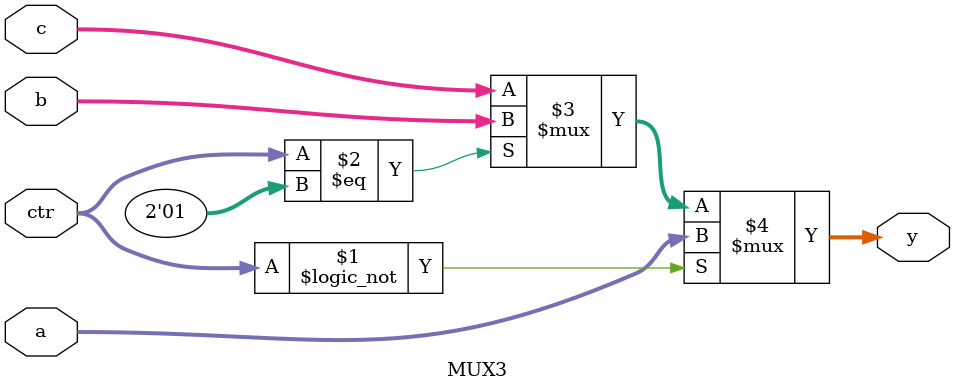
<source format=v>
module MUX2 #(parameter WIDTH = 32) (a, b, ctr, y);

  input ctr;
  input [WIDTH - 1:0] a, b;

  output[WIDTH - 1:0] y;
  assign y = (ctr == 1) ? b : a;

endmodule

module MUX3 #(parameter WIDTH = 32) (a, b, c, ctr, y);

  input[1:0] ctr;
  input[WIDTH - 1:0]  a, b, c;

  output[WIDTH - 1:0] y;
  
  assign y = (ctr == 2'b00) ? a : ((ctr == 2'b01) ? b : c);

endmodule
</source>
